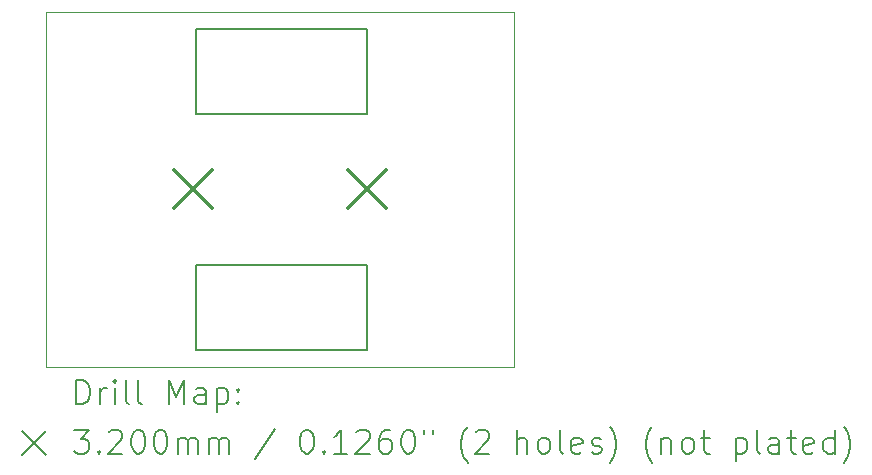
<source format=gbr>
%TF.GenerationSoftware,KiCad,Pcbnew,7.0.7-7.0.7~ubuntu22.04.1*%
%TF.CreationDate,2023-10-15T17:29:54+01:00*%
%TF.ProjectId,USB_distri,5553425f-6469-4737-9472-692e6b696361,rev?*%
%TF.SameCoordinates,Original*%
%TF.FileFunction,Drillmap*%
%TF.FilePolarity,Positive*%
%FSLAX45Y45*%
G04 Gerber Fmt 4.5, Leading zero omitted, Abs format (unit mm)*
G04 Created by KiCad (PCBNEW 7.0.7-7.0.7~ubuntu22.04.1) date 2023-10-15 17:29:54*
%MOMM*%
%LPD*%
G01*
G04 APERTURE LIST*
%ADD10C,0.150000*%
%ADD11C,0.100000*%
%ADD12C,0.200000*%
%ADD13C,0.320000*%
G04 APERTURE END LIST*
D10*
X13880000Y-10080000D02*
X15330000Y-10080000D01*
X15330000Y-10800000D01*
X13880000Y-10800000D01*
X13880000Y-10080000D01*
D11*
X12615000Y-9940000D02*
X16580000Y-9940000D01*
X16580000Y-12940000D01*
X12615000Y-12940000D01*
X12615000Y-9940000D01*
D10*
X13880000Y-12080000D02*
X15330000Y-12080000D01*
X15330000Y-12800000D01*
X13880000Y-12800000D01*
X13880000Y-12080000D01*
D12*
D13*
X13695000Y-11280000D02*
X14015000Y-11600000D01*
X14015000Y-11280000D02*
X13695000Y-11600000D01*
X15170000Y-11280000D02*
X15490000Y-11600000D01*
X15490000Y-11280000D02*
X15170000Y-11600000D01*
D12*
X12870777Y-13256484D02*
X12870777Y-13056484D01*
X12870777Y-13056484D02*
X12918396Y-13056484D01*
X12918396Y-13056484D02*
X12946967Y-13066008D01*
X12946967Y-13066008D02*
X12966015Y-13085055D01*
X12966015Y-13085055D02*
X12975539Y-13104103D01*
X12975539Y-13104103D02*
X12985062Y-13142198D01*
X12985062Y-13142198D02*
X12985062Y-13170769D01*
X12985062Y-13170769D02*
X12975539Y-13208865D01*
X12975539Y-13208865D02*
X12966015Y-13227912D01*
X12966015Y-13227912D02*
X12946967Y-13246960D01*
X12946967Y-13246960D02*
X12918396Y-13256484D01*
X12918396Y-13256484D02*
X12870777Y-13256484D01*
X13070777Y-13256484D02*
X13070777Y-13123150D01*
X13070777Y-13161246D02*
X13080301Y-13142198D01*
X13080301Y-13142198D02*
X13089824Y-13132674D01*
X13089824Y-13132674D02*
X13108872Y-13123150D01*
X13108872Y-13123150D02*
X13127920Y-13123150D01*
X13194586Y-13256484D02*
X13194586Y-13123150D01*
X13194586Y-13056484D02*
X13185062Y-13066008D01*
X13185062Y-13066008D02*
X13194586Y-13075531D01*
X13194586Y-13075531D02*
X13204110Y-13066008D01*
X13204110Y-13066008D02*
X13194586Y-13056484D01*
X13194586Y-13056484D02*
X13194586Y-13075531D01*
X13318396Y-13256484D02*
X13299348Y-13246960D01*
X13299348Y-13246960D02*
X13289824Y-13227912D01*
X13289824Y-13227912D02*
X13289824Y-13056484D01*
X13423158Y-13256484D02*
X13404110Y-13246960D01*
X13404110Y-13246960D02*
X13394586Y-13227912D01*
X13394586Y-13227912D02*
X13394586Y-13056484D01*
X13651729Y-13256484D02*
X13651729Y-13056484D01*
X13651729Y-13056484D02*
X13718396Y-13199341D01*
X13718396Y-13199341D02*
X13785062Y-13056484D01*
X13785062Y-13056484D02*
X13785062Y-13256484D01*
X13966015Y-13256484D02*
X13966015Y-13151722D01*
X13966015Y-13151722D02*
X13956491Y-13132674D01*
X13956491Y-13132674D02*
X13937443Y-13123150D01*
X13937443Y-13123150D02*
X13899348Y-13123150D01*
X13899348Y-13123150D02*
X13880301Y-13132674D01*
X13966015Y-13246960D02*
X13946967Y-13256484D01*
X13946967Y-13256484D02*
X13899348Y-13256484D01*
X13899348Y-13256484D02*
X13880301Y-13246960D01*
X13880301Y-13246960D02*
X13870777Y-13227912D01*
X13870777Y-13227912D02*
X13870777Y-13208865D01*
X13870777Y-13208865D02*
X13880301Y-13189817D01*
X13880301Y-13189817D02*
X13899348Y-13180293D01*
X13899348Y-13180293D02*
X13946967Y-13180293D01*
X13946967Y-13180293D02*
X13966015Y-13170769D01*
X14061253Y-13123150D02*
X14061253Y-13323150D01*
X14061253Y-13132674D02*
X14080301Y-13123150D01*
X14080301Y-13123150D02*
X14118396Y-13123150D01*
X14118396Y-13123150D02*
X14137443Y-13132674D01*
X14137443Y-13132674D02*
X14146967Y-13142198D01*
X14146967Y-13142198D02*
X14156491Y-13161246D01*
X14156491Y-13161246D02*
X14156491Y-13218388D01*
X14156491Y-13218388D02*
X14146967Y-13237436D01*
X14146967Y-13237436D02*
X14137443Y-13246960D01*
X14137443Y-13246960D02*
X14118396Y-13256484D01*
X14118396Y-13256484D02*
X14080301Y-13256484D01*
X14080301Y-13256484D02*
X14061253Y-13246960D01*
X14242205Y-13237436D02*
X14251729Y-13246960D01*
X14251729Y-13246960D02*
X14242205Y-13256484D01*
X14242205Y-13256484D02*
X14232682Y-13246960D01*
X14232682Y-13246960D02*
X14242205Y-13237436D01*
X14242205Y-13237436D02*
X14242205Y-13256484D01*
X14242205Y-13132674D02*
X14251729Y-13142198D01*
X14251729Y-13142198D02*
X14242205Y-13151722D01*
X14242205Y-13151722D02*
X14232682Y-13142198D01*
X14232682Y-13142198D02*
X14242205Y-13132674D01*
X14242205Y-13132674D02*
X14242205Y-13151722D01*
X12410000Y-13485000D02*
X12610000Y-13685000D01*
X12610000Y-13485000D02*
X12410000Y-13685000D01*
X12851729Y-13476484D02*
X12975539Y-13476484D01*
X12975539Y-13476484D02*
X12908872Y-13552674D01*
X12908872Y-13552674D02*
X12937443Y-13552674D01*
X12937443Y-13552674D02*
X12956491Y-13562198D01*
X12956491Y-13562198D02*
X12966015Y-13571722D01*
X12966015Y-13571722D02*
X12975539Y-13590769D01*
X12975539Y-13590769D02*
X12975539Y-13638388D01*
X12975539Y-13638388D02*
X12966015Y-13657436D01*
X12966015Y-13657436D02*
X12956491Y-13666960D01*
X12956491Y-13666960D02*
X12937443Y-13676484D01*
X12937443Y-13676484D02*
X12880301Y-13676484D01*
X12880301Y-13676484D02*
X12861253Y-13666960D01*
X12861253Y-13666960D02*
X12851729Y-13657436D01*
X13061253Y-13657436D02*
X13070777Y-13666960D01*
X13070777Y-13666960D02*
X13061253Y-13676484D01*
X13061253Y-13676484D02*
X13051729Y-13666960D01*
X13051729Y-13666960D02*
X13061253Y-13657436D01*
X13061253Y-13657436D02*
X13061253Y-13676484D01*
X13146967Y-13495531D02*
X13156491Y-13486008D01*
X13156491Y-13486008D02*
X13175539Y-13476484D01*
X13175539Y-13476484D02*
X13223158Y-13476484D01*
X13223158Y-13476484D02*
X13242205Y-13486008D01*
X13242205Y-13486008D02*
X13251729Y-13495531D01*
X13251729Y-13495531D02*
X13261253Y-13514579D01*
X13261253Y-13514579D02*
X13261253Y-13533627D01*
X13261253Y-13533627D02*
X13251729Y-13562198D01*
X13251729Y-13562198D02*
X13137443Y-13676484D01*
X13137443Y-13676484D02*
X13261253Y-13676484D01*
X13385062Y-13476484D02*
X13404110Y-13476484D01*
X13404110Y-13476484D02*
X13423158Y-13486008D01*
X13423158Y-13486008D02*
X13432682Y-13495531D01*
X13432682Y-13495531D02*
X13442205Y-13514579D01*
X13442205Y-13514579D02*
X13451729Y-13552674D01*
X13451729Y-13552674D02*
X13451729Y-13600293D01*
X13451729Y-13600293D02*
X13442205Y-13638388D01*
X13442205Y-13638388D02*
X13432682Y-13657436D01*
X13432682Y-13657436D02*
X13423158Y-13666960D01*
X13423158Y-13666960D02*
X13404110Y-13676484D01*
X13404110Y-13676484D02*
X13385062Y-13676484D01*
X13385062Y-13676484D02*
X13366015Y-13666960D01*
X13366015Y-13666960D02*
X13356491Y-13657436D01*
X13356491Y-13657436D02*
X13346967Y-13638388D01*
X13346967Y-13638388D02*
X13337443Y-13600293D01*
X13337443Y-13600293D02*
X13337443Y-13552674D01*
X13337443Y-13552674D02*
X13346967Y-13514579D01*
X13346967Y-13514579D02*
X13356491Y-13495531D01*
X13356491Y-13495531D02*
X13366015Y-13486008D01*
X13366015Y-13486008D02*
X13385062Y-13476484D01*
X13575539Y-13476484D02*
X13594586Y-13476484D01*
X13594586Y-13476484D02*
X13613634Y-13486008D01*
X13613634Y-13486008D02*
X13623158Y-13495531D01*
X13623158Y-13495531D02*
X13632682Y-13514579D01*
X13632682Y-13514579D02*
X13642205Y-13552674D01*
X13642205Y-13552674D02*
X13642205Y-13600293D01*
X13642205Y-13600293D02*
X13632682Y-13638388D01*
X13632682Y-13638388D02*
X13623158Y-13657436D01*
X13623158Y-13657436D02*
X13613634Y-13666960D01*
X13613634Y-13666960D02*
X13594586Y-13676484D01*
X13594586Y-13676484D02*
X13575539Y-13676484D01*
X13575539Y-13676484D02*
X13556491Y-13666960D01*
X13556491Y-13666960D02*
X13546967Y-13657436D01*
X13546967Y-13657436D02*
X13537443Y-13638388D01*
X13537443Y-13638388D02*
X13527920Y-13600293D01*
X13527920Y-13600293D02*
X13527920Y-13552674D01*
X13527920Y-13552674D02*
X13537443Y-13514579D01*
X13537443Y-13514579D02*
X13546967Y-13495531D01*
X13546967Y-13495531D02*
X13556491Y-13486008D01*
X13556491Y-13486008D02*
X13575539Y-13476484D01*
X13727920Y-13676484D02*
X13727920Y-13543150D01*
X13727920Y-13562198D02*
X13737443Y-13552674D01*
X13737443Y-13552674D02*
X13756491Y-13543150D01*
X13756491Y-13543150D02*
X13785063Y-13543150D01*
X13785063Y-13543150D02*
X13804110Y-13552674D01*
X13804110Y-13552674D02*
X13813634Y-13571722D01*
X13813634Y-13571722D02*
X13813634Y-13676484D01*
X13813634Y-13571722D02*
X13823158Y-13552674D01*
X13823158Y-13552674D02*
X13842205Y-13543150D01*
X13842205Y-13543150D02*
X13870777Y-13543150D01*
X13870777Y-13543150D02*
X13889824Y-13552674D01*
X13889824Y-13552674D02*
X13899348Y-13571722D01*
X13899348Y-13571722D02*
X13899348Y-13676484D01*
X13994586Y-13676484D02*
X13994586Y-13543150D01*
X13994586Y-13562198D02*
X14004110Y-13552674D01*
X14004110Y-13552674D02*
X14023158Y-13543150D01*
X14023158Y-13543150D02*
X14051729Y-13543150D01*
X14051729Y-13543150D02*
X14070777Y-13552674D01*
X14070777Y-13552674D02*
X14080301Y-13571722D01*
X14080301Y-13571722D02*
X14080301Y-13676484D01*
X14080301Y-13571722D02*
X14089824Y-13552674D01*
X14089824Y-13552674D02*
X14108872Y-13543150D01*
X14108872Y-13543150D02*
X14137443Y-13543150D01*
X14137443Y-13543150D02*
X14156491Y-13552674D01*
X14156491Y-13552674D02*
X14166015Y-13571722D01*
X14166015Y-13571722D02*
X14166015Y-13676484D01*
X14556491Y-13466960D02*
X14385063Y-13724103D01*
X14813634Y-13476484D02*
X14832682Y-13476484D01*
X14832682Y-13476484D02*
X14851729Y-13486008D01*
X14851729Y-13486008D02*
X14861253Y-13495531D01*
X14861253Y-13495531D02*
X14870777Y-13514579D01*
X14870777Y-13514579D02*
X14880301Y-13552674D01*
X14880301Y-13552674D02*
X14880301Y-13600293D01*
X14880301Y-13600293D02*
X14870777Y-13638388D01*
X14870777Y-13638388D02*
X14861253Y-13657436D01*
X14861253Y-13657436D02*
X14851729Y-13666960D01*
X14851729Y-13666960D02*
X14832682Y-13676484D01*
X14832682Y-13676484D02*
X14813634Y-13676484D01*
X14813634Y-13676484D02*
X14794586Y-13666960D01*
X14794586Y-13666960D02*
X14785063Y-13657436D01*
X14785063Y-13657436D02*
X14775539Y-13638388D01*
X14775539Y-13638388D02*
X14766015Y-13600293D01*
X14766015Y-13600293D02*
X14766015Y-13552674D01*
X14766015Y-13552674D02*
X14775539Y-13514579D01*
X14775539Y-13514579D02*
X14785063Y-13495531D01*
X14785063Y-13495531D02*
X14794586Y-13486008D01*
X14794586Y-13486008D02*
X14813634Y-13476484D01*
X14966015Y-13657436D02*
X14975539Y-13666960D01*
X14975539Y-13666960D02*
X14966015Y-13676484D01*
X14966015Y-13676484D02*
X14956491Y-13666960D01*
X14956491Y-13666960D02*
X14966015Y-13657436D01*
X14966015Y-13657436D02*
X14966015Y-13676484D01*
X15166015Y-13676484D02*
X15051729Y-13676484D01*
X15108872Y-13676484D02*
X15108872Y-13476484D01*
X15108872Y-13476484D02*
X15089825Y-13505055D01*
X15089825Y-13505055D02*
X15070777Y-13524103D01*
X15070777Y-13524103D02*
X15051729Y-13533627D01*
X15242206Y-13495531D02*
X15251729Y-13486008D01*
X15251729Y-13486008D02*
X15270777Y-13476484D01*
X15270777Y-13476484D02*
X15318396Y-13476484D01*
X15318396Y-13476484D02*
X15337444Y-13486008D01*
X15337444Y-13486008D02*
X15346967Y-13495531D01*
X15346967Y-13495531D02*
X15356491Y-13514579D01*
X15356491Y-13514579D02*
X15356491Y-13533627D01*
X15356491Y-13533627D02*
X15346967Y-13562198D01*
X15346967Y-13562198D02*
X15232682Y-13676484D01*
X15232682Y-13676484D02*
X15356491Y-13676484D01*
X15527920Y-13476484D02*
X15489825Y-13476484D01*
X15489825Y-13476484D02*
X15470777Y-13486008D01*
X15470777Y-13486008D02*
X15461253Y-13495531D01*
X15461253Y-13495531D02*
X15442206Y-13524103D01*
X15442206Y-13524103D02*
X15432682Y-13562198D01*
X15432682Y-13562198D02*
X15432682Y-13638388D01*
X15432682Y-13638388D02*
X15442206Y-13657436D01*
X15442206Y-13657436D02*
X15451729Y-13666960D01*
X15451729Y-13666960D02*
X15470777Y-13676484D01*
X15470777Y-13676484D02*
X15508872Y-13676484D01*
X15508872Y-13676484D02*
X15527920Y-13666960D01*
X15527920Y-13666960D02*
X15537444Y-13657436D01*
X15537444Y-13657436D02*
X15546967Y-13638388D01*
X15546967Y-13638388D02*
X15546967Y-13590769D01*
X15546967Y-13590769D02*
X15537444Y-13571722D01*
X15537444Y-13571722D02*
X15527920Y-13562198D01*
X15527920Y-13562198D02*
X15508872Y-13552674D01*
X15508872Y-13552674D02*
X15470777Y-13552674D01*
X15470777Y-13552674D02*
X15451729Y-13562198D01*
X15451729Y-13562198D02*
X15442206Y-13571722D01*
X15442206Y-13571722D02*
X15432682Y-13590769D01*
X15670777Y-13476484D02*
X15689825Y-13476484D01*
X15689825Y-13476484D02*
X15708872Y-13486008D01*
X15708872Y-13486008D02*
X15718396Y-13495531D01*
X15718396Y-13495531D02*
X15727920Y-13514579D01*
X15727920Y-13514579D02*
X15737444Y-13552674D01*
X15737444Y-13552674D02*
X15737444Y-13600293D01*
X15737444Y-13600293D02*
X15727920Y-13638388D01*
X15727920Y-13638388D02*
X15718396Y-13657436D01*
X15718396Y-13657436D02*
X15708872Y-13666960D01*
X15708872Y-13666960D02*
X15689825Y-13676484D01*
X15689825Y-13676484D02*
X15670777Y-13676484D01*
X15670777Y-13676484D02*
X15651729Y-13666960D01*
X15651729Y-13666960D02*
X15642206Y-13657436D01*
X15642206Y-13657436D02*
X15632682Y-13638388D01*
X15632682Y-13638388D02*
X15623158Y-13600293D01*
X15623158Y-13600293D02*
X15623158Y-13552674D01*
X15623158Y-13552674D02*
X15632682Y-13514579D01*
X15632682Y-13514579D02*
X15642206Y-13495531D01*
X15642206Y-13495531D02*
X15651729Y-13486008D01*
X15651729Y-13486008D02*
X15670777Y-13476484D01*
X15813634Y-13476484D02*
X15813634Y-13514579D01*
X15889825Y-13476484D02*
X15889825Y-13514579D01*
X16185063Y-13752674D02*
X16175539Y-13743150D01*
X16175539Y-13743150D02*
X16156491Y-13714579D01*
X16156491Y-13714579D02*
X16146968Y-13695531D01*
X16146968Y-13695531D02*
X16137444Y-13666960D01*
X16137444Y-13666960D02*
X16127920Y-13619341D01*
X16127920Y-13619341D02*
X16127920Y-13581246D01*
X16127920Y-13581246D02*
X16137444Y-13533627D01*
X16137444Y-13533627D02*
X16146968Y-13505055D01*
X16146968Y-13505055D02*
X16156491Y-13486008D01*
X16156491Y-13486008D02*
X16175539Y-13457436D01*
X16175539Y-13457436D02*
X16185063Y-13447912D01*
X16251729Y-13495531D02*
X16261253Y-13486008D01*
X16261253Y-13486008D02*
X16280301Y-13476484D01*
X16280301Y-13476484D02*
X16327920Y-13476484D01*
X16327920Y-13476484D02*
X16346968Y-13486008D01*
X16346968Y-13486008D02*
X16356491Y-13495531D01*
X16356491Y-13495531D02*
X16366015Y-13514579D01*
X16366015Y-13514579D02*
X16366015Y-13533627D01*
X16366015Y-13533627D02*
X16356491Y-13562198D01*
X16356491Y-13562198D02*
X16242206Y-13676484D01*
X16242206Y-13676484D02*
X16366015Y-13676484D01*
X16604110Y-13676484D02*
X16604110Y-13476484D01*
X16689825Y-13676484D02*
X16689825Y-13571722D01*
X16689825Y-13571722D02*
X16680301Y-13552674D01*
X16680301Y-13552674D02*
X16661253Y-13543150D01*
X16661253Y-13543150D02*
X16632682Y-13543150D01*
X16632682Y-13543150D02*
X16613634Y-13552674D01*
X16613634Y-13552674D02*
X16604110Y-13562198D01*
X16813634Y-13676484D02*
X16794587Y-13666960D01*
X16794587Y-13666960D02*
X16785063Y-13657436D01*
X16785063Y-13657436D02*
X16775539Y-13638388D01*
X16775539Y-13638388D02*
X16775539Y-13581246D01*
X16775539Y-13581246D02*
X16785063Y-13562198D01*
X16785063Y-13562198D02*
X16794587Y-13552674D01*
X16794587Y-13552674D02*
X16813634Y-13543150D01*
X16813634Y-13543150D02*
X16842206Y-13543150D01*
X16842206Y-13543150D02*
X16861253Y-13552674D01*
X16861253Y-13552674D02*
X16870777Y-13562198D01*
X16870777Y-13562198D02*
X16880301Y-13581246D01*
X16880301Y-13581246D02*
X16880301Y-13638388D01*
X16880301Y-13638388D02*
X16870777Y-13657436D01*
X16870777Y-13657436D02*
X16861253Y-13666960D01*
X16861253Y-13666960D02*
X16842206Y-13676484D01*
X16842206Y-13676484D02*
X16813634Y-13676484D01*
X16994587Y-13676484D02*
X16975539Y-13666960D01*
X16975539Y-13666960D02*
X16966015Y-13647912D01*
X16966015Y-13647912D02*
X16966015Y-13476484D01*
X17146968Y-13666960D02*
X17127920Y-13676484D01*
X17127920Y-13676484D02*
X17089825Y-13676484D01*
X17089825Y-13676484D02*
X17070777Y-13666960D01*
X17070777Y-13666960D02*
X17061253Y-13647912D01*
X17061253Y-13647912D02*
X17061253Y-13571722D01*
X17061253Y-13571722D02*
X17070777Y-13552674D01*
X17070777Y-13552674D02*
X17089825Y-13543150D01*
X17089825Y-13543150D02*
X17127920Y-13543150D01*
X17127920Y-13543150D02*
X17146968Y-13552674D01*
X17146968Y-13552674D02*
X17156492Y-13571722D01*
X17156492Y-13571722D02*
X17156492Y-13590769D01*
X17156492Y-13590769D02*
X17061253Y-13609817D01*
X17232682Y-13666960D02*
X17251730Y-13676484D01*
X17251730Y-13676484D02*
X17289825Y-13676484D01*
X17289825Y-13676484D02*
X17308873Y-13666960D01*
X17308873Y-13666960D02*
X17318396Y-13647912D01*
X17318396Y-13647912D02*
X17318396Y-13638388D01*
X17318396Y-13638388D02*
X17308873Y-13619341D01*
X17308873Y-13619341D02*
X17289825Y-13609817D01*
X17289825Y-13609817D02*
X17261253Y-13609817D01*
X17261253Y-13609817D02*
X17242206Y-13600293D01*
X17242206Y-13600293D02*
X17232682Y-13581246D01*
X17232682Y-13581246D02*
X17232682Y-13571722D01*
X17232682Y-13571722D02*
X17242206Y-13552674D01*
X17242206Y-13552674D02*
X17261253Y-13543150D01*
X17261253Y-13543150D02*
X17289825Y-13543150D01*
X17289825Y-13543150D02*
X17308873Y-13552674D01*
X17385063Y-13752674D02*
X17394587Y-13743150D01*
X17394587Y-13743150D02*
X17413634Y-13714579D01*
X17413634Y-13714579D02*
X17423158Y-13695531D01*
X17423158Y-13695531D02*
X17432682Y-13666960D01*
X17432682Y-13666960D02*
X17442206Y-13619341D01*
X17442206Y-13619341D02*
X17442206Y-13581246D01*
X17442206Y-13581246D02*
X17432682Y-13533627D01*
X17432682Y-13533627D02*
X17423158Y-13505055D01*
X17423158Y-13505055D02*
X17413634Y-13486008D01*
X17413634Y-13486008D02*
X17394587Y-13457436D01*
X17394587Y-13457436D02*
X17385063Y-13447912D01*
X17746968Y-13752674D02*
X17737444Y-13743150D01*
X17737444Y-13743150D02*
X17718396Y-13714579D01*
X17718396Y-13714579D02*
X17708873Y-13695531D01*
X17708873Y-13695531D02*
X17699349Y-13666960D01*
X17699349Y-13666960D02*
X17689825Y-13619341D01*
X17689825Y-13619341D02*
X17689825Y-13581246D01*
X17689825Y-13581246D02*
X17699349Y-13533627D01*
X17699349Y-13533627D02*
X17708873Y-13505055D01*
X17708873Y-13505055D02*
X17718396Y-13486008D01*
X17718396Y-13486008D02*
X17737444Y-13457436D01*
X17737444Y-13457436D02*
X17746968Y-13447912D01*
X17823158Y-13543150D02*
X17823158Y-13676484D01*
X17823158Y-13562198D02*
X17832682Y-13552674D01*
X17832682Y-13552674D02*
X17851730Y-13543150D01*
X17851730Y-13543150D02*
X17880301Y-13543150D01*
X17880301Y-13543150D02*
X17899349Y-13552674D01*
X17899349Y-13552674D02*
X17908873Y-13571722D01*
X17908873Y-13571722D02*
X17908873Y-13676484D01*
X18032682Y-13676484D02*
X18013634Y-13666960D01*
X18013634Y-13666960D02*
X18004111Y-13657436D01*
X18004111Y-13657436D02*
X17994587Y-13638388D01*
X17994587Y-13638388D02*
X17994587Y-13581246D01*
X17994587Y-13581246D02*
X18004111Y-13562198D01*
X18004111Y-13562198D02*
X18013634Y-13552674D01*
X18013634Y-13552674D02*
X18032682Y-13543150D01*
X18032682Y-13543150D02*
X18061254Y-13543150D01*
X18061254Y-13543150D02*
X18080301Y-13552674D01*
X18080301Y-13552674D02*
X18089825Y-13562198D01*
X18089825Y-13562198D02*
X18099349Y-13581246D01*
X18099349Y-13581246D02*
X18099349Y-13638388D01*
X18099349Y-13638388D02*
X18089825Y-13657436D01*
X18089825Y-13657436D02*
X18080301Y-13666960D01*
X18080301Y-13666960D02*
X18061254Y-13676484D01*
X18061254Y-13676484D02*
X18032682Y-13676484D01*
X18156492Y-13543150D02*
X18232682Y-13543150D01*
X18185063Y-13476484D02*
X18185063Y-13647912D01*
X18185063Y-13647912D02*
X18194587Y-13666960D01*
X18194587Y-13666960D02*
X18213634Y-13676484D01*
X18213634Y-13676484D02*
X18232682Y-13676484D01*
X18451730Y-13543150D02*
X18451730Y-13743150D01*
X18451730Y-13552674D02*
X18470777Y-13543150D01*
X18470777Y-13543150D02*
X18508873Y-13543150D01*
X18508873Y-13543150D02*
X18527920Y-13552674D01*
X18527920Y-13552674D02*
X18537444Y-13562198D01*
X18537444Y-13562198D02*
X18546968Y-13581246D01*
X18546968Y-13581246D02*
X18546968Y-13638388D01*
X18546968Y-13638388D02*
X18537444Y-13657436D01*
X18537444Y-13657436D02*
X18527920Y-13666960D01*
X18527920Y-13666960D02*
X18508873Y-13676484D01*
X18508873Y-13676484D02*
X18470777Y-13676484D01*
X18470777Y-13676484D02*
X18451730Y-13666960D01*
X18661254Y-13676484D02*
X18642206Y-13666960D01*
X18642206Y-13666960D02*
X18632682Y-13647912D01*
X18632682Y-13647912D02*
X18632682Y-13476484D01*
X18823158Y-13676484D02*
X18823158Y-13571722D01*
X18823158Y-13571722D02*
X18813635Y-13552674D01*
X18813635Y-13552674D02*
X18794587Y-13543150D01*
X18794587Y-13543150D02*
X18756492Y-13543150D01*
X18756492Y-13543150D02*
X18737444Y-13552674D01*
X18823158Y-13666960D02*
X18804111Y-13676484D01*
X18804111Y-13676484D02*
X18756492Y-13676484D01*
X18756492Y-13676484D02*
X18737444Y-13666960D01*
X18737444Y-13666960D02*
X18727920Y-13647912D01*
X18727920Y-13647912D02*
X18727920Y-13628865D01*
X18727920Y-13628865D02*
X18737444Y-13609817D01*
X18737444Y-13609817D02*
X18756492Y-13600293D01*
X18756492Y-13600293D02*
X18804111Y-13600293D01*
X18804111Y-13600293D02*
X18823158Y-13590769D01*
X18889825Y-13543150D02*
X18966015Y-13543150D01*
X18918396Y-13476484D02*
X18918396Y-13647912D01*
X18918396Y-13647912D02*
X18927920Y-13666960D01*
X18927920Y-13666960D02*
X18946968Y-13676484D01*
X18946968Y-13676484D02*
X18966015Y-13676484D01*
X19108873Y-13666960D02*
X19089825Y-13676484D01*
X19089825Y-13676484D02*
X19051730Y-13676484D01*
X19051730Y-13676484D02*
X19032682Y-13666960D01*
X19032682Y-13666960D02*
X19023158Y-13647912D01*
X19023158Y-13647912D02*
X19023158Y-13571722D01*
X19023158Y-13571722D02*
X19032682Y-13552674D01*
X19032682Y-13552674D02*
X19051730Y-13543150D01*
X19051730Y-13543150D02*
X19089825Y-13543150D01*
X19089825Y-13543150D02*
X19108873Y-13552674D01*
X19108873Y-13552674D02*
X19118396Y-13571722D01*
X19118396Y-13571722D02*
X19118396Y-13590769D01*
X19118396Y-13590769D02*
X19023158Y-13609817D01*
X19289825Y-13676484D02*
X19289825Y-13476484D01*
X19289825Y-13666960D02*
X19270777Y-13676484D01*
X19270777Y-13676484D02*
X19232682Y-13676484D01*
X19232682Y-13676484D02*
X19213635Y-13666960D01*
X19213635Y-13666960D02*
X19204111Y-13657436D01*
X19204111Y-13657436D02*
X19194587Y-13638388D01*
X19194587Y-13638388D02*
X19194587Y-13581246D01*
X19194587Y-13581246D02*
X19204111Y-13562198D01*
X19204111Y-13562198D02*
X19213635Y-13552674D01*
X19213635Y-13552674D02*
X19232682Y-13543150D01*
X19232682Y-13543150D02*
X19270777Y-13543150D01*
X19270777Y-13543150D02*
X19289825Y-13552674D01*
X19366016Y-13752674D02*
X19375539Y-13743150D01*
X19375539Y-13743150D02*
X19394587Y-13714579D01*
X19394587Y-13714579D02*
X19404111Y-13695531D01*
X19404111Y-13695531D02*
X19413635Y-13666960D01*
X19413635Y-13666960D02*
X19423158Y-13619341D01*
X19423158Y-13619341D02*
X19423158Y-13581246D01*
X19423158Y-13581246D02*
X19413635Y-13533627D01*
X19413635Y-13533627D02*
X19404111Y-13505055D01*
X19404111Y-13505055D02*
X19394587Y-13486008D01*
X19394587Y-13486008D02*
X19375539Y-13457436D01*
X19375539Y-13457436D02*
X19366016Y-13447912D01*
M02*

</source>
